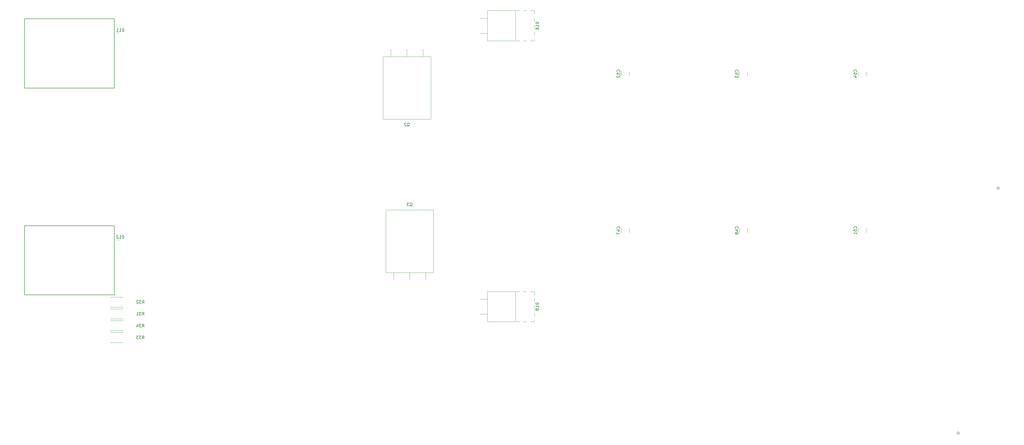
<source format=gbo>
G04 #@! TF.GenerationSoftware,KiCad,Pcbnew,(5.1.7)-1*
G04 #@! TF.CreationDate,2021-03-09T01:47:10+02:00*
G04 #@! TF.ProjectId,CP_inverter,43505f69-6e76-4657-9274-65722e6b6963,rev?*
G04 #@! TF.SameCoordinates,Original*
G04 #@! TF.FileFunction,Legend,Bot*
G04 #@! TF.FilePolarity,Positive*
%FSLAX46Y46*%
G04 Gerber Fmt 4.6, Leading zero omitted, Abs format (unit mm)*
G04 Created by KiCad (PCBNEW (5.1.7)-1) date 2021-03-09 01:47:10*
%MOMM*%
%LPD*%
G01*
G04 APERTURE LIST*
%ADD10C,0.152400*%
%ADD11C,0.120000*%
%ADD12C,0.127000*%
%ADD13C,0.200000*%
%ADD14C,0.150000*%
G04 APERTURE END LIST*
D10*
G04 #@! TO.C,J1*
X358131000Y-219319000D02*
G75*
G03*
X358131000Y-219319000I-381000J0D01*
G01*
D11*
G04 #@! TO.C,C47*
X246610000Y-151461252D02*
X246610000Y-150038748D01*
X243890000Y-151461252D02*
X243890000Y-150038748D01*
G04 #@! TO.C,C48*
X283890000Y-151461252D02*
X283890000Y-150038748D01*
X286610000Y-151461252D02*
X286610000Y-150038748D01*
G04 #@! TO.C,C51*
X326610000Y-151461252D02*
X326610000Y-150038748D01*
X323890000Y-151461252D02*
X323890000Y-150038748D01*
G04 #@! TO.C,C52*
X246610000Y-97038748D02*
X246610000Y-98461252D01*
X243890000Y-97038748D02*
X243890000Y-98461252D01*
G04 #@! TO.C,C53*
X286610000Y-97038748D02*
X286610000Y-98461252D01*
X283890000Y-97038748D02*
X283890000Y-98461252D01*
G04 #@! TO.C,C54*
X323890000Y-97038748D02*
X323890000Y-98461252D01*
X326610000Y-97038748D02*
X326610000Y-98461252D01*
D12*
G04 #@! TO.C,D11*
X72700000Y-79200000D02*
X42400000Y-79200000D01*
X42400000Y-79200000D02*
X42400000Y-102600000D01*
D13*
X74100000Y-84000000D02*
G75*
G03*
X74100000Y-84000000I-100000J0D01*
G01*
D12*
X72700000Y-102600000D02*
X42400000Y-102600000D01*
X72700000Y-79200000D02*
X72700000Y-102600000D01*
G04 #@! TO.C,D12*
X72700000Y-149200000D02*
X72700000Y-172600000D01*
X72700000Y-172600000D02*
X42400000Y-172600000D01*
D13*
X74100000Y-154000000D02*
G75*
G03*
X74100000Y-154000000I-100000J0D01*
G01*
D12*
X42400000Y-149200000D02*
X42400000Y-172600000D01*
X72700000Y-149200000D02*
X42400000Y-149200000D01*
D11*
G04 #@! TO.C,D18*
X198690000Y-171420000D02*
X198690000Y-181660000D01*
X208180000Y-171420000D02*
X208180000Y-181660000D01*
X198690000Y-171420000D02*
X208180000Y-171420000D01*
X198690000Y-181660000D02*
X208180000Y-181660000D01*
X214580000Y-171420000D02*
X214580000Y-172620000D01*
X214580000Y-173819000D02*
X214580000Y-175020000D01*
X214580000Y-176220000D02*
X214580000Y-177420000D01*
X214580000Y-178620000D02*
X214580000Y-179820000D01*
X214580000Y-181020000D02*
X214580000Y-181660000D01*
X208420000Y-171420000D02*
X209620000Y-171420000D01*
X210820000Y-171420000D02*
X212020000Y-171420000D01*
X213220000Y-171420000D02*
X214420000Y-171420000D01*
X208420000Y-181660000D02*
X209620000Y-181660000D01*
X210820000Y-181660000D02*
X212020000Y-181660000D01*
X213220000Y-181660000D02*
X214420000Y-181660000D01*
X196150000Y-174000000D02*
X198690000Y-174000000D01*
X196165000Y-179080000D02*
X198690000Y-179080000D01*
D10*
G04 #@! TO.C,J6*
X371631000Y-136455000D02*
G75*
G03*
X371631000Y-136455000I-381000J0D01*
G01*
D11*
G04 #@! TO.C,R33*
X71307937Y-185290000D02*
X75662065Y-185290000D01*
X71307937Y-188710000D02*
X75662065Y-188710000D01*
G04 #@! TO.C,R34*
X71322936Y-184710000D02*
X75677064Y-184710000D01*
X71322936Y-181290000D02*
X75677064Y-181290000D01*
G04 #@! TO.C,Q2*
X179620000Y-91960000D02*
X163480000Y-91960000D01*
X179620000Y-113150000D02*
X163480000Y-113150000D01*
X179620000Y-91960000D02*
X179620000Y-113150000D01*
X163480000Y-91960000D02*
X163480000Y-113150000D01*
X177000000Y-89400000D02*
X177000000Y-91960000D01*
X171550000Y-89400000D02*
X171550000Y-91960000D01*
X166100000Y-89400000D02*
X166100000Y-91960000D01*
G04 #@! TO.C,Q3*
X177900000Y-167600000D02*
X177900000Y-165040000D01*
X172450000Y-167600000D02*
X172450000Y-165040000D01*
X167000000Y-167600000D02*
X167000000Y-165040000D01*
X180520000Y-165040000D02*
X180520000Y-143850000D01*
X164380000Y-165040000D02*
X164380000Y-143850000D01*
X164380000Y-143850000D02*
X180520000Y-143850000D01*
X164380000Y-165040000D02*
X180520000Y-165040000D01*
G04 #@! TO.C,D16*
X196165000Y-84080000D02*
X198690000Y-84080000D01*
X196150000Y-79000000D02*
X198690000Y-79000000D01*
X213220000Y-86660000D02*
X214420000Y-86660000D01*
X210820000Y-86660000D02*
X212020000Y-86660000D01*
X208420000Y-86660000D02*
X209620000Y-86660000D01*
X213220000Y-76420000D02*
X214420000Y-76420000D01*
X210820000Y-76420000D02*
X212020000Y-76420000D01*
X208420000Y-76420000D02*
X209620000Y-76420000D01*
X214580000Y-86020000D02*
X214580000Y-86660000D01*
X214580000Y-83620000D02*
X214580000Y-84820000D01*
X214580000Y-81220000D02*
X214580000Y-82420000D01*
X214580000Y-78819000D02*
X214580000Y-80020000D01*
X214580000Y-76420000D02*
X214580000Y-77620000D01*
X198690000Y-86660000D02*
X208180000Y-86660000D01*
X198690000Y-76420000D02*
X208180000Y-76420000D01*
X208180000Y-76420000D02*
X208180000Y-86660000D01*
X198690000Y-76420000D02*
X198690000Y-86660000D01*
G04 #@! TO.C,R31*
X71322936Y-180710000D02*
X75677064Y-180710000D01*
X71322936Y-177290000D02*
X75677064Y-177290000D01*
G04 #@! TO.C,R32*
X71322936Y-173290000D02*
X75677064Y-173290000D01*
X71322936Y-176710000D02*
X75677064Y-176710000D01*
G04 #@! TD*
G04 #@! TO.C,C47*
D14*
X243357142Y-150107142D02*
X243404761Y-150059523D01*
X243452380Y-149916666D01*
X243452380Y-149821428D01*
X243404761Y-149678571D01*
X243309523Y-149583333D01*
X243214285Y-149535714D01*
X243023809Y-149488095D01*
X242880952Y-149488095D01*
X242690476Y-149535714D01*
X242595238Y-149583333D01*
X242500000Y-149678571D01*
X242452380Y-149821428D01*
X242452380Y-149916666D01*
X242500000Y-150059523D01*
X242547619Y-150107142D01*
X242785714Y-150964285D02*
X243452380Y-150964285D01*
X242404761Y-150726190D02*
X243119047Y-150488095D01*
X243119047Y-151107142D01*
X242452380Y-151392857D02*
X242452380Y-152059523D01*
X243452380Y-151630952D01*
G04 #@! TO.C,C48*
X283357142Y-150107142D02*
X283404761Y-150059523D01*
X283452380Y-149916666D01*
X283452380Y-149821428D01*
X283404761Y-149678571D01*
X283309523Y-149583333D01*
X283214285Y-149535714D01*
X283023809Y-149488095D01*
X282880952Y-149488095D01*
X282690476Y-149535714D01*
X282595238Y-149583333D01*
X282500000Y-149678571D01*
X282452380Y-149821428D01*
X282452380Y-149916666D01*
X282500000Y-150059523D01*
X282547619Y-150107142D01*
X282785714Y-150964285D02*
X283452380Y-150964285D01*
X282404761Y-150726190D02*
X283119047Y-150488095D01*
X283119047Y-151107142D01*
X282880952Y-151630952D02*
X282833333Y-151535714D01*
X282785714Y-151488095D01*
X282690476Y-151440476D01*
X282642857Y-151440476D01*
X282547619Y-151488095D01*
X282500000Y-151535714D01*
X282452380Y-151630952D01*
X282452380Y-151821428D01*
X282500000Y-151916666D01*
X282547619Y-151964285D01*
X282642857Y-152011904D01*
X282690476Y-152011904D01*
X282785714Y-151964285D01*
X282833333Y-151916666D01*
X282880952Y-151821428D01*
X282880952Y-151630952D01*
X282928571Y-151535714D01*
X282976190Y-151488095D01*
X283071428Y-151440476D01*
X283261904Y-151440476D01*
X283357142Y-151488095D01*
X283404761Y-151535714D01*
X283452380Y-151630952D01*
X283452380Y-151821428D01*
X283404761Y-151916666D01*
X283357142Y-151964285D01*
X283261904Y-152011904D01*
X283071428Y-152011904D01*
X282976190Y-151964285D01*
X282928571Y-151916666D01*
X282880952Y-151821428D01*
G04 #@! TO.C,C51*
X323357142Y-150107142D02*
X323404761Y-150059523D01*
X323452380Y-149916666D01*
X323452380Y-149821428D01*
X323404761Y-149678571D01*
X323309523Y-149583333D01*
X323214285Y-149535714D01*
X323023809Y-149488095D01*
X322880952Y-149488095D01*
X322690476Y-149535714D01*
X322595238Y-149583333D01*
X322500000Y-149678571D01*
X322452380Y-149821428D01*
X322452380Y-149916666D01*
X322500000Y-150059523D01*
X322547619Y-150107142D01*
X322452380Y-151011904D02*
X322452380Y-150535714D01*
X322928571Y-150488095D01*
X322880952Y-150535714D01*
X322833333Y-150630952D01*
X322833333Y-150869047D01*
X322880952Y-150964285D01*
X322928571Y-151011904D01*
X323023809Y-151059523D01*
X323261904Y-151059523D01*
X323357142Y-151011904D01*
X323404761Y-150964285D01*
X323452380Y-150869047D01*
X323452380Y-150630952D01*
X323404761Y-150535714D01*
X323357142Y-150488095D01*
X323452380Y-152011904D02*
X323452380Y-151440476D01*
X323452380Y-151726190D02*
X322452380Y-151726190D01*
X322595238Y-151630952D01*
X322690476Y-151535714D01*
X322738095Y-151440476D01*
G04 #@! TO.C,C52*
X243357142Y-97107142D02*
X243404761Y-97059523D01*
X243452380Y-96916666D01*
X243452380Y-96821428D01*
X243404761Y-96678571D01*
X243309523Y-96583333D01*
X243214285Y-96535714D01*
X243023809Y-96488095D01*
X242880952Y-96488095D01*
X242690476Y-96535714D01*
X242595238Y-96583333D01*
X242500000Y-96678571D01*
X242452380Y-96821428D01*
X242452380Y-96916666D01*
X242500000Y-97059523D01*
X242547619Y-97107142D01*
X242452380Y-98011904D02*
X242452380Y-97535714D01*
X242928571Y-97488095D01*
X242880952Y-97535714D01*
X242833333Y-97630952D01*
X242833333Y-97869047D01*
X242880952Y-97964285D01*
X242928571Y-98011904D01*
X243023809Y-98059523D01*
X243261904Y-98059523D01*
X243357142Y-98011904D01*
X243404761Y-97964285D01*
X243452380Y-97869047D01*
X243452380Y-97630952D01*
X243404761Y-97535714D01*
X243357142Y-97488095D01*
X242547619Y-98440476D02*
X242500000Y-98488095D01*
X242452380Y-98583333D01*
X242452380Y-98821428D01*
X242500000Y-98916666D01*
X242547619Y-98964285D01*
X242642857Y-99011904D01*
X242738095Y-99011904D01*
X242880952Y-98964285D01*
X243452380Y-98392857D01*
X243452380Y-99011904D01*
G04 #@! TO.C,C53*
X283357142Y-97107142D02*
X283404761Y-97059523D01*
X283452380Y-96916666D01*
X283452380Y-96821428D01*
X283404761Y-96678571D01*
X283309523Y-96583333D01*
X283214285Y-96535714D01*
X283023809Y-96488095D01*
X282880952Y-96488095D01*
X282690476Y-96535714D01*
X282595238Y-96583333D01*
X282500000Y-96678571D01*
X282452380Y-96821428D01*
X282452380Y-96916666D01*
X282500000Y-97059523D01*
X282547619Y-97107142D01*
X282452380Y-98011904D02*
X282452380Y-97535714D01*
X282928571Y-97488095D01*
X282880952Y-97535714D01*
X282833333Y-97630952D01*
X282833333Y-97869047D01*
X282880952Y-97964285D01*
X282928571Y-98011904D01*
X283023809Y-98059523D01*
X283261904Y-98059523D01*
X283357142Y-98011904D01*
X283404761Y-97964285D01*
X283452380Y-97869047D01*
X283452380Y-97630952D01*
X283404761Y-97535714D01*
X283357142Y-97488095D01*
X282452380Y-98392857D02*
X282452380Y-99011904D01*
X282833333Y-98678571D01*
X282833333Y-98821428D01*
X282880952Y-98916666D01*
X282928571Y-98964285D01*
X283023809Y-99011904D01*
X283261904Y-99011904D01*
X283357142Y-98964285D01*
X283404761Y-98916666D01*
X283452380Y-98821428D01*
X283452380Y-98535714D01*
X283404761Y-98440476D01*
X283357142Y-98392857D01*
G04 #@! TO.C,C54*
X323357142Y-97107142D02*
X323404761Y-97059523D01*
X323452380Y-96916666D01*
X323452380Y-96821428D01*
X323404761Y-96678571D01*
X323309523Y-96583333D01*
X323214285Y-96535714D01*
X323023809Y-96488095D01*
X322880952Y-96488095D01*
X322690476Y-96535714D01*
X322595238Y-96583333D01*
X322500000Y-96678571D01*
X322452380Y-96821428D01*
X322452380Y-96916666D01*
X322500000Y-97059523D01*
X322547619Y-97107142D01*
X322452380Y-98011904D02*
X322452380Y-97535714D01*
X322928571Y-97488095D01*
X322880952Y-97535714D01*
X322833333Y-97630952D01*
X322833333Y-97869047D01*
X322880952Y-97964285D01*
X322928571Y-98011904D01*
X323023809Y-98059523D01*
X323261904Y-98059523D01*
X323357142Y-98011904D01*
X323404761Y-97964285D01*
X323452380Y-97869047D01*
X323452380Y-97630952D01*
X323404761Y-97535714D01*
X323357142Y-97488095D01*
X322785714Y-98916666D02*
X323452380Y-98916666D01*
X322404761Y-98678571D02*
X323119047Y-98440476D01*
X323119047Y-99059523D01*
G04 #@! TO.C,D11*
X75964285Y-83452380D02*
X75964285Y-82452380D01*
X75726190Y-82452380D01*
X75583333Y-82500000D01*
X75488095Y-82595238D01*
X75440476Y-82690476D01*
X75392857Y-82880952D01*
X75392857Y-83023809D01*
X75440476Y-83214285D01*
X75488095Y-83309523D01*
X75583333Y-83404761D01*
X75726190Y-83452380D01*
X75964285Y-83452380D01*
X74440476Y-83452380D02*
X75011904Y-83452380D01*
X74726190Y-83452380D02*
X74726190Y-82452380D01*
X74821428Y-82595238D01*
X74916666Y-82690476D01*
X75011904Y-82738095D01*
X73488095Y-83452380D02*
X74059523Y-83452380D01*
X73773809Y-83452380D02*
X73773809Y-82452380D01*
X73869047Y-82595238D01*
X73964285Y-82690476D01*
X74059523Y-82738095D01*
G04 #@! TO.C,D12*
X75964285Y-153452380D02*
X75964285Y-152452380D01*
X75726190Y-152452380D01*
X75583333Y-152500000D01*
X75488095Y-152595238D01*
X75440476Y-152690476D01*
X75392857Y-152880952D01*
X75392857Y-153023809D01*
X75440476Y-153214285D01*
X75488095Y-153309523D01*
X75583333Y-153404761D01*
X75726190Y-153452380D01*
X75964285Y-153452380D01*
X74440476Y-153452380D02*
X75011904Y-153452380D01*
X74726190Y-153452380D02*
X74726190Y-152452380D01*
X74821428Y-152595238D01*
X74916666Y-152690476D01*
X75011904Y-152738095D01*
X74059523Y-152547619D02*
X74011904Y-152500000D01*
X73916666Y-152452380D01*
X73678571Y-152452380D01*
X73583333Y-152500000D01*
X73535714Y-152547619D01*
X73488095Y-152642857D01*
X73488095Y-152738095D01*
X73535714Y-152880952D01*
X74107142Y-153452380D01*
X73488095Y-153452380D01*
G04 #@! TO.C,D18*
X216032380Y-175325714D02*
X215032380Y-175325714D01*
X215032380Y-175563809D01*
X215080000Y-175706666D01*
X215175238Y-175801904D01*
X215270476Y-175849523D01*
X215460952Y-175897142D01*
X215603809Y-175897142D01*
X215794285Y-175849523D01*
X215889523Y-175801904D01*
X215984761Y-175706666D01*
X216032380Y-175563809D01*
X216032380Y-175325714D01*
X216032380Y-176849523D02*
X216032380Y-176278095D01*
X216032380Y-176563809D02*
X215032380Y-176563809D01*
X215175238Y-176468571D01*
X215270476Y-176373333D01*
X215318095Y-176278095D01*
X215460952Y-177420952D02*
X215413333Y-177325714D01*
X215365714Y-177278095D01*
X215270476Y-177230476D01*
X215222857Y-177230476D01*
X215127619Y-177278095D01*
X215080000Y-177325714D01*
X215032380Y-177420952D01*
X215032380Y-177611428D01*
X215080000Y-177706666D01*
X215127619Y-177754285D01*
X215222857Y-177801904D01*
X215270476Y-177801904D01*
X215365714Y-177754285D01*
X215413333Y-177706666D01*
X215460952Y-177611428D01*
X215460952Y-177420952D01*
X215508571Y-177325714D01*
X215556190Y-177278095D01*
X215651428Y-177230476D01*
X215841904Y-177230476D01*
X215937142Y-177278095D01*
X215984761Y-177325714D01*
X216032380Y-177420952D01*
X216032380Y-177611428D01*
X215984761Y-177706666D01*
X215937142Y-177754285D01*
X215841904Y-177801904D01*
X215651428Y-177801904D01*
X215556190Y-177754285D01*
X215508571Y-177706666D01*
X215460952Y-177611428D01*
G04 #@! TO.C,R33*
X82142857Y-187452380D02*
X82476190Y-186976190D01*
X82714285Y-187452380D02*
X82714285Y-186452380D01*
X82333333Y-186452380D01*
X82238095Y-186500000D01*
X82190476Y-186547619D01*
X82142857Y-186642857D01*
X82142857Y-186785714D01*
X82190476Y-186880952D01*
X82238095Y-186928571D01*
X82333333Y-186976190D01*
X82714285Y-186976190D01*
X81809523Y-186452380D02*
X81190476Y-186452380D01*
X81523809Y-186833333D01*
X81380952Y-186833333D01*
X81285714Y-186880952D01*
X81238095Y-186928571D01*
X81190476Y-187023809D01*
X81190476Y-187261904D01*
X81238095Y-187357142D01*
X81285714Y-187404761D01*
X81380952Y-187452380D01*
X81666666Y-187452380D01*
X81761904Y-187404761D01*
X81809523Y-187357142D01*
X80857142Y-186452380D02*
X80238095Y-186452380D01*
X80571428Y-186833333D01*
X80428571Y-186833333D01*
X80333333Y-186880952D01*
X80285714Y-186928571D01*
X80238095Y-187023809D01*
X80238095Y-187261904D01*
X80285714Y-187357142D01*
X80333333Y-187404761D01*
X80428571Y-187452380D01*
X80714285Y-187452380D01*
X80809523Y-187404761D01*
X80857142Y-187357142D01*
G04 #@! TO.C,R34*
X82142857Y-183452380D02*
X82476190Y-182976190D01*
X82714285Y-183452380D02*
X82714285Y-182452380D01*
X82333333Y-182452380D01*
X82238095Y-182500000D01*
X82190476Y-182547619D01*
X82142857Y-182642857D01*
X82142857Y-182785714D01*
X82190476Y-182880952D01*
X82238095Y-182928571D01*
X82333333Y-182976190D01*
X82714285Y-182976190D01*
X81809523Y-182452380D02*
X81190476Y-182452380D01*
X81523809Y-182833333D01*
X81380952Y-182833333D01*
X81285714Y-182880952D01*
X81238095Y-182928571D01*
X81190476Y-183023809D01*
X81190476Y-183261904D01*
X81238095Y-183357142D01*
X81285714Y-183404761D01*
X81380952Y-183452380D01*
X81666666Y-183452380D01*
X81761904Y-183404761D01*
X81809523Y-183357142D01*
X80333333Y-182785714D02*
X80333333Y-183452380D01*
X80571428Y-182404761D02*
X80809523Y-183119047D01*
X80190476Y-183119047D01*
G04 #@! TO.C,Q2*
X171645238Y-115547619D02*
X171740476Y-115500000D01*
X171835714Y-115404761D01*
X171978571Y-115261904D01*
X172073809Y-115214285D01*
X172169047Y-115214285D01*
X172121428Y-115452380D02*
X172216666Y-115404761D01*
X172311904Y-115309523D01*
X172359523Y-115119047D01*
X172359523Y-114785714D01*
X172311904Y-114595238D01*
X172216666Y-114500000D01*
X172121428Y-114452380D01*
X171930952Y-114452380D01*
X171835714Y-114500000D01*
X171740476Y-114595238D01*
X171692857Y-114785714D01*
X171692857Y-115119047D01*
X171740476Y-115309523D01*
X171835714Y-115404761D01*
X171930952Y-115452380D01*
X172121428Y-115452380D01*
X171311904Y-114547619D02*
X171264285Y-114500000D01*
X171169047Y-114452380D01*
X170930952Y-114452380D01*
X170835714Y-114500000D01*
X170788095Y-114547619D01*
X170740476Y-114642857D01*
X170740476Y-114738095D01*
X170788095Y-114880952D01*
X171359523Y-115452380D01*
X170740476Y-115452380D01*
G04 #@! TO.C,Q3*
X172545238Y-142547619D02*
X172640476Y-142500000D01*
X172735714Y-142404761D01*
X172878571Y-142261904D01*
X172973809Y-142214285D01*
X173069047Y-142214285D01*
X173021428Y-142452380D02*
X173116666Y-142404761D01*
X173211904Y-142309523D01*
X173259523Y-142119047D01*
X173259523Y-141785714D01*
X173211904Y-141595238D01*
X173116666Y-141500000D01*
X173021428Y-141452380D01*
X172830952Y-141452380D01*
X172735714Y-141500000D01*
X172640476Y-141595238D01*
X172592857Y-141785714D01*
X172592857Y-142119047D01*
X172640476Y-142309523D01*
X172735714Y-142404761D01*
X172830952Y-142452380D01*
X173021428Y-142452380D01*
X172259523Y-141452380D02*
X171640476Y-141452380D01*
X171973809Y-141833333D01*
X171830952Y-141833333D01*
X171735714Y-141880952D01*
X171688095Y-141928571D01*
X171640476Y-142023809D01*
X171640476Y-142261904D01*
X171688095Y-142357142D01*
X171735714Y-142404761D01*
X171830952Y-142452380D01*
X172116666Y-142452380D01*
X172211904Y-142404761D01*
X172259523Y-142357142D01*
G04 #@! TO.C,D16*
X216032380Y-80325714D02*
X215032380Y-80325714D01*
X215032380Y-80563809D01*
X215080000Y-80706666D01*
X215175238Y-80801904D01*
X215270476Y-80849523D01*
X215460952Y-80897142D01*
X215603809Y-80897142D01*
X215794285Y-80849523D01*
X215889523Y-80801904D01*
X215984761Y-80706666D01*
X216032380Y-80563809D01*
X216032380Y-80325714D01*
X216032380Y-81849523D02*
X216032380Y-81278095D01*
X216032380Y-81563809D02*
X215032380Y-81563809D01*
X215175238Y-81468571D01*
X215270476Y-81373333D01*
X215318095Y-81278095D01*
X215032380Y-82706666D02*
X215032380Y-82516190D01*
X215080000Y-82420952D01*
X215127619Y-82373333D01*
X215270476Y-82278095D01*
X215460952Y-82230476D01*
X215841904Y-82230476D01*
X215937142Y-82278095D01*
X215984761Y-82325714D01*
X216032380Y-82420952D01*
X216032380Y-82611428D01*
X215984761Y-82706666D01*
X215937142Y-82754285D01*
X215841904Y-82801904D01*
X215603809Y-82801904D01*
X215508571Y-82754285D01*
X215460952Y-82706666D01*
X215413333Y-82611428D01*
X215413333Y-82420952D01*
X215460952Y-82325714D01*
X215508571Y-82278095D01*
X215603809Y-82230476D01*
G04 #@! TO.C,R31*
X82142857Y-179452380D02*
X82476190Y-178976190D01*
X82714285Y-179452380D02*
X82714285Y-178452380D01*
X82333333Y-178452380D01*
X82238095Y-178500000D01*
X82190476Y-178547619D01*
X82142857Y-178642857D01*
X82142857Y-178785714D01*
X82190476Y-178880952D01*
X82238095Y-178928571D01*
X82333333Y-178976190D01*
X82714285Y-178976190D01*
X81809523Y-178452380D02*
X81190476Y-178452380D01*
X81523809Y-178833333D01*
X81380952Y-178833333D01*
X81285714Y-178880952D01*
X81238095Y-178928571D01*
X81190476Y-179023809D01*
X81190476Y-179261904D01*
X81238095Y-179357142D01*
X81285714Y-179404761D01*
X81380952Y-179452380D01*
X81666666Y-179452380D01*
X81761904Y-179404761D01*
X81809523Y-179357142D01*
X80238095Y-179452380D02*
X80809523Y-179452380D01*
X80523809Y-179452380D02*
X80523809Y-178452380D01*
X80619047Y-178595238D01*
X80714285Y-178690476D01*
X80809523Y-178738095D01*
G04 #@! TO.C,R32*
X82142857Y-175452380D02*
X82476190Y-174976190D01*
X82714285Y-175452380D02*
X82714285Y-174452380D01*
X82333333Y-174452380D01*
X82238095Y-174500000D01*
X82190476Y-174547619D01*
X82142857Y-174642857D01*
X82142857Y-174785714D01*
X82190476Y-174880952D01*
X82238095Y-174928571D01*
X82333333Y-174976190D01*
X82714285Y-174976190D01*
X81809523Y-174452380D02*
X81190476Y-174452380D01*
X81523809Y-174833333D01*
X81380952Y-174833333D01*
X81285714Y-174880952D01*
X81238095Y-174928571D01*
X81190476Y-175023809D01*
X81190476Y-175261904D01*
X81238095Y-175357142D01*
X81285714Y-175404761D01*
X81380952Y-175452380D01*
X81666666Y-175452380D01*
X81761904Y-175404761D01*
X81809523Y-175357142D01*
X80809523Y-174547619D02*
X80761904Y-174500000D01*
X80666666Y-174452380D01*
X80428571Y-174452380D01*
X80333333Y-174500000D01*
X80285714Y-174547619D01*
X80238095Y-174642857D01*
X80238095Y-174738095D01*
X80285714Y-174880952D01*
X80857142Y-175452380D01*
X80238095Y-175452380D01*
G04 #@! TD*
M02*

</source>
